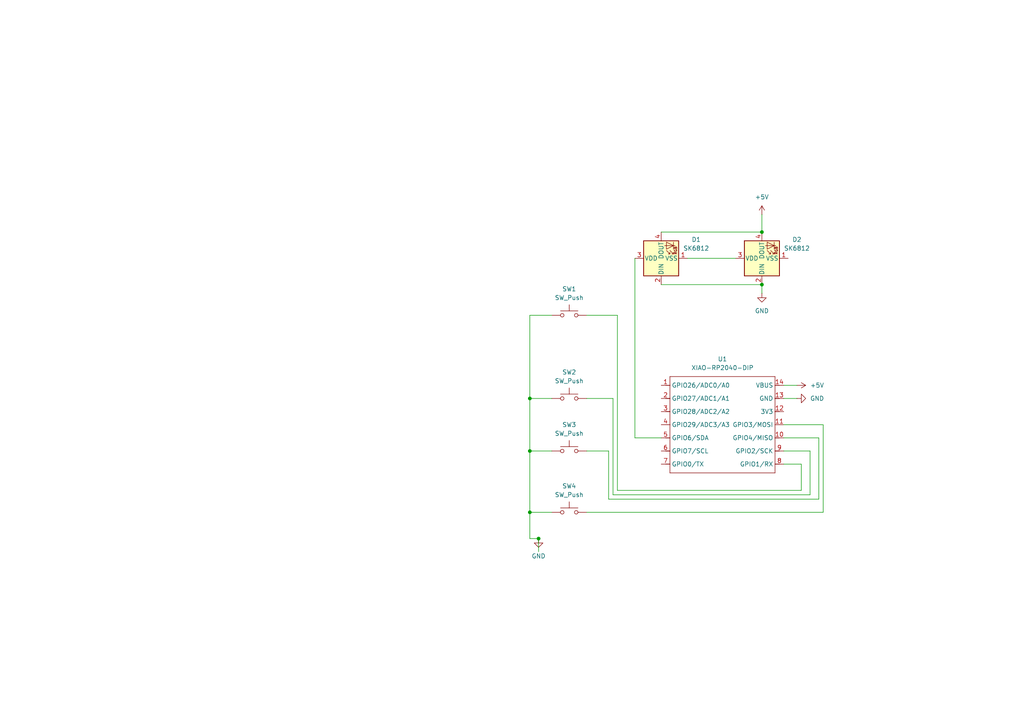
<source format=kicad_sch>
(kicad_sch
	(version 20250114)
	(generator "eeschema")
	(generator_version "9.0")
	(uuid "f86c3fb5-7861-4b2c-9d84-2c42cb9ae988")
	(paper "A4")
	(lib_symbols
		(symbol "LED:SK6812"
			(pin_names
				(offset 0.254)
			)
			(exclude_from_sim no)
			(in_bom yes)
			(on_board yes)
			(property "Reference" "D"
				(at 5.08 5.715 0)
				(effects
					(font
						(size 1.27 1.27)
					)
					(justify right bottom)
				)
			)
			(property "Value" "SK6812"
				(at 1.27 -5.715 0)
				(effects
					(font
						(size 1.27 1.27)
					)
					(justify left top)
				)
			)
			(property "Footprint" "LED_SMD:LED_SK6812_PLCC4_5.0x5.0mm_P3.2mm"
				(at 1.27 -7.62 0)
				(effects
					(font
						(size 1.27 1.27)
					)
					(justify left top)
					(hide yes)
				)
			)
			(property "Datasheet" "https://cdn-shop.adafruit.com/product-files/1138/SK6812+LED+datasheet+.pdf"
				(at 2.54 -9.525 0)
				(effects
					(font
						(size 1.27 1.27)
					)
					(justify left top)
					(hide yes)
				)
			)
			(property "Description" "RGB LED with integrated controller"
				(at 0 0 0)
				(effects
					(font
						(size 1.27 1.27)
					)
					(hide yes)
				)
			)
			(property "ki_keywords" "RGB LED NeoPixel addressable"
				(at 0 0 0)
				(effects
					(font
						(size 1.27 1.27)
					)
					(hide yes)
				)
			)
			(property "ki_fp_filters" "LED*SK6812*PLCC*5.0x5.0mm*P3.2mm*"
				(at 0 0 0)
				(effects
					(font
						(size 1.27 1.27)
					)
					(hide yes)
				)
			)
			(symbol "SK6812_0_0"
				(text "RGB"
					(at 2.286 -4.191 0)
					(effects
						(font
							(size 0.762 0.762)
						)
					)
				)
			)
			(symbol "SK6812_0_1"
				(polyline
					(pts
						(xy 1.27 -2.54) (xy 1.778 -2.54)
					)
					(stroke
						(width 0)
						(type default)
					)
					(fill
						(type none)
					)
				)
				(polyline
					(pts
						(xy 1.27 -3.556) (xy 1.778 -3.556)
					)
					(stroke
						(width 0)
						(type default)
					)
					(fill
						(type none)
					)
				)
				(polyline
					(pts
						(xy 2.286 -1.524) (xy 1.27 -2.54) (xy 1.27 -2.032)
					)
					(stroke
						(width 0)
						(type default)
					)
					(fill
						(type none)
					)
				)
				(polyline
					(pts
						(xy 2.286 -2.54) (xy 1.27 -3.556) (xy 1.27 -3.048)
					)
					(stroke
						(width 0)
						(type default)
					)
					(fill
						(type none)
					)
				)
				(polyline
					(pts
						(xy 3.683 -1.016) (xy 3.683 -3.556) (xy 3.683 -4.064)
					)
					(stroke
						(width 0)
						(type default)
					)
					(fill
						(type none)
					)
				)
				(polyline
					(pts
						(xy 4.699 -1.524) (xy 2.667 -1.524) (xy 3.683 -3.556) (xy 4.699 -1.524)
					)
					(stroke
						(width 0)
						(type default)
					)
					(fill
						(type none)
					)
				)
				(polyline
					(pts
						(xy 4.699 -3.556) (xy 2.667 -3.556)
					)
					(stroke
						(width 0)
						(type default)
					)
					(fill
						(type none)
					)
				)
				(rectangle
					(start 5.08 5.08)
					(end -5.08 -5.08)
					(stroke
						(width 0.254)
						(type default)
					)
					(fill
						(type background)
					)
				)
			)
			(symbol "SK6812_1_1"
				(pin input line
					(at -7.62 0 0)
					(length 2.54)
					(name "DIN"
						(effects
							(font
								(size 1.27 1.27)
							)
						)
					)
					(number "2"
						(effects
							(font
								(size 1.27 1.27)
							)
						)
					)
				)
				(pin power_in line
					(at 0 7.62 270)
					(length 2.54)
					(name "VDD"
						(effects
							(font
								(size 1.27 1.27)
							)
						)
					)
					(number "3"
						(effects
							(font
								(size 1.27 1.27)
							)
						)
					)
				)
				(pin power_in line
					(at 0 -7.62 90)
					(length 2.54)
					(name "VSS"
						(effects
							(font
								(size 1.27 1.27)
							)
						)
					)
					(number "1"
						(effects
							(font
								(size 1.27 1.27)
							)
						)
					)
				)
				(pin output line
					(at 7.62 0 180)
					(length 2.54)
					(name "DOUT"
						(effects
							(font
								(size 1.27 1.27)
							)
						)
					)
					(number "4"
						(effects
							(font
								(size 1.27 1.27)
							)
						)
					)
				)
			)
			(embedded_fonts no)
		)
		(symbol "Seeed_Studio_XIAO_Series:XIAO-RP2040-DIP"
			(exclude_from_sim no)
			(in_bom yes)
			(on_board yes)
			(property "Reference" "U"
				(at 0 0 0)
				(effects
					(font
						(size 1.27 1.27)
					)
				)
			)
			(property "Value" "XIAO-RP2040-DIP"
				(at 5.334 -1.778 0)
				(effects
					(font
						(size 1.27 1.27)
					)
				)
			)
			(property "Footprint" "Module:MOUDLE14P-XIAO-DIP-SMD"
				(at 14.478 -32.258 0)
				(effects
					(font
						(size 1.27 1.27)
					)
					(hide yes)
				)
			)
			(property "Datasheet" ""
				(at 0 0 0)
				(effects
					(font
						(size 1.27 1.27)
					)
					(hide yes)
				)
			)
			(property "Description" ""
				(at 0 0 0)
				(effects
					(font
						(size 1.27 1.27)
					)
					(hide yes)
				)
			)
			(symbol "XIAO-RP2040-DIP_1_0"
				(polyline
					(pts
						(xy -1.27 -2.54) (xy 29.21 -2.54)
					)
					(stroke
						(width 0.1524)
						(type solid)
					)
					(fill
						(type none)
					)
				)
				(polyline
					(pts
						(xy -1.27 -5.08) (xy -2.54 -5.08)
					)
					(stroke
						(width 0.1524)
						(type solid)
					)
					(fill
						(type none)
					)
				)
				(polyline
					(pts
						(xy -1.27 -5.08) (xy -1.27 -2.54)
					)
					(stroke
						(width 0.1524)
						(type solid)
					)
					(fill
						(type none)
					)
				)
				(polyline
					(pts
						(xy -1.27 -8.89) (xy -2.54 -8.89)
					)
					(stroke
						(width 0.1524)
						(type solid)
					)
					(fill
						(type none)
					)
				)
				(polyline
					(pts
						(xy -1.27 -8.89) (xy -1.27 -5.08)
					)
					(stroke
						(width 0.1524)
						(type solid)
					)
					(fill
						(type none)
					)
				)
				(polyline
					(pts
						(xy -1.27 -12.7) (xy -2.54 -12.7)
					)
					(stroke
						(width 0.1524)
						(type solid)
					)
					(fill
						(type none)
					)
				)
				(polyline
					(pts
						(xy -1.27 -12.7) (xy -1.27 -8.89)
					)
					(stroke
						(width 0.1524)
						(type solid)
					)
					(fill
						(type none)
					)
				)
				(polyline
					(pts
						(xy -1.27 -16.51) (xy -2.54 -16.51)
					)
					(stroke
						(width 0.1524)
						(type solid)
					)
					(fill
						(type none)
					)
				)
				(polyline
					(pts
						(xy -1.27 -16.51) (xy -1.27 -12.7)
					)
					(stroke
						(width 0.1524)
						(type solid)
					)
					(fill
						(type none)
					)
				)
				(polyline
					(pts
						(xy -1.27 -20.32) (xy -2.54 -20.32)
					)
					(stroke
						(width 0.1524)
						(type solid)
					)
					(fill
						(type none)
					)
				)
				(polyline
					(pts
						(xy -1.27 -24.13) (xy -2.54 -24.13)
					)
					(stroke
						(width 0.1524)
						(type solid)
					)
					(fill
						(type none)
					)
				)
				(polyline
					(pts
						(xy -1.27 -27.94) (xy -2.54 -27.94)
					)
					(stroke
						(width 0.1524)
						(type solid)
					)
					(fill
						(type none)
					)
				)
				(polyline
					(pts
						(xy -1.27 -30.48) (xy -1.27 -16.51)
					)
					(stroke
						(width 0.1524)
						(type solid)
					)
					(fill
						(type none)
					)
				)
				(polyline
					(pts
						(xy 29.21 -2.54) (xy 29.21 -5.08)
					)
					(stroke
						(width 0.1524)
						(type solid)
					)
					(fill
						(type none)
					)
				)
				(polyline
					(pts
						(xy 29.21 -5.08) (xy 29.21 -8.89)
					)
					(stroke
						(width 0.1524)
						(type solid)
					)
					(fill
						(type none)
					)
				)
				(polyline
					(pts
						(xy 29.21 -8.89) (xy 29.21 -12.7)
					)
					(stroke
						(width 0.1524)
						(type solid)
					)
					(fill
						(type none)
					)
				)
				(polyline
					(pts
						(xy 29.21 -12.7) (xy 29.21 -30.48)
					)
					(stroke
						(width 0.1524)
						(type solid)
					)
					(fill
						(type none)
					)
				)
				(polyline
					(pts
						(xy 29.21 -30.48) (xy -1.27 -30.48)
					)
					(stroke
						(width 0.1524)
						(type solid)
					)
					(fill
						(type none)
					)
				)
				(polyline
					(pts
						(xy 30.48 -5.08) (xy 29.21 -5.08)
					)
					(stroke
						(width 0.1524)
						(type solid)
					)
					(fill
						(type none)
					)
				)
				(polyline
					(pts
						(xy 30.48 -8.89) (xy 29.21 -8.89)
					)
					(stroke
						(width 0.1524)
						(type solid)
					)
					(fill
						(type none)
					)
				)
				(polyline
					(pts
						(xy 30.48 -12.7) (xy 29.21 -12.7)
					)
					(stroke
						(width 0.1524)
						(type solid)
					)
					(fill
						(type none)
					)
				)
				(polyline
					(pts
						(xy 30.48 -16.51) (xy 29.21 -16.51)
					)
					(stroke
						(width 0.1524)
						(type solid)
					)
					(fill
						(type none)
					)
				)
				(polyline
					(pts
						(xy 30.48 -20.32) (xy 29.21 -20.32)
					)
					(stroke
						(width 0.1524)
						(type solid)
					)
					(fill
						(type none)
					)
				)
				(polyline
					(pts
						(xy 30.48 -24.13) (xy 29.21 -24.13)
					)
					(stroke
						(width 0.1524)
						(type solid)
					)
					(fill
						(type none)
					)
				)
				(polyline
					(pts
						(xy 30.48 -27.94) (xy 29.21 -27.94)
					)
					(stroke
						(width 0.1524)
						(type solid)
					)
					(fill
						(type none)
					)
				)
				(pin passive line
					(at -3.81 -5.08 0)
					(length 2.54)
					(name "GPIO26/ADC0/A0"
						(effects
							(font
								(size 1.27 1.27)
							)
						)
					)
					(number "1"
						(effects
							(font
								(size 1.27 1.27)
							)
						)
					)
				)
				(pin passive line
					(at -3.81 -8.89 0)
					(length 2.54)
					(name "GPIO27/ADC1/A1"
						(effects
							(font
								(size 1.27 1.27)
							)
						)
					)
					(number "2"
						(effects
							(font
								(size 1.27 1.27)
							)
						)
					)
				)
				(pin passive line
					(at -3.81 -12.7 0)
					(length 2.54)
					(name "GPIO28/ADC2/A2"
						(effects
							(font
								(size 1.27 1.27)
							)
						)
					)
					(number "3"
						(effects
							(font
								(size 1.27 1.27)
							)
						)
					)
				)
				(pin passive line
					(at -3.81 -16.51 0)
					(length 2.54)
					(name "GPIO29/ADC3/A3"
						(effects
							(font
								(size 1.27 1.27)
							)
						)
					)
					(number "4"
						(effects
							(font
								(size 1.27 1.27)
							)
						)
					)
				)
				(pin passive line
					(at -3.81 -20.32 0)
					(length 2.54)
					(name "GPIO6/SDA"
						(effects
							(font
								(size 1.27 1.27)
							)
						)
					)
					(number "5"
						(effects
							(font
								(size 1.27 1.27)
							)
						)
					)
				)
				(pin passive line
					(at -3.81 -24.13 0)
					(length 2.54)
					(name "GPIO7/SCL"
						(effects
							(font
								(size 1.27 1.27)
							)
						)
					)
					(number "6"
						(effects
							(font
								(size 1.27 1.27)
							)
						)
					)
				)
				(pin passive line
					(at -3.81 -27.94 0)
					(length 2.54)
					(name "GPIO0/TX"
						(effects
							(font
								(size 1.27 1.27)
							)
						)
					)
					(number "7"
						(effects
							(font
								(size 1.27 1.27)
							)
						)
					)
				)
				(pin passive line
					(at 31.75 -5.08 180)
					(length 2.54)
					(name "VBUS"
						(effects
							(font
								(size 1.27 1.27)
							)
						)
					)
					(number "14"
						(effects
							(font
								(size 1.27 1.27)
							)
						)
					)
				)
				(pin passive line
					(at 31.75 -8.89 180)
					(length 2.54)
					(name "GND"
						(effects
							(font
								(size 1.27 1.27)
							)
						)
					)
					(number "13"
						(effects
							(font
								(size 1.27 1.27)
							)
						)
					)
				)
				(pin passive line
					(at 31.75 -12.7 180)
					(length 2.54)
					(name "3V3"
						(effects
							(font
								(size 1.27 1.27)
							)
						)
					)
					(number "12"
						(effects
							(font
								(size 1.27 1.27)
							)
						)
					)
				)
				(pin passive line
					(at 31.75 -16.51 180)
					(length 2.54)
					(name "GPIO3/MOSI"
						(effects
							(font
								(size 1.27 1.27)
							)
						)
					)
					(number "11"
						(effects
							(font
								(size 1.27 1.27)
							)
						)
					)
				)
				(pin passive line
					(at 31.75 -20.32 180)
					(length 2.54)
					(name "GPIO4/MISO"
						(effects
							(font
								(size 1.27 1.27)
							)
						)
					)
					(number "10"
						(effects
							(font
								(size 1.27 1.27)
							)
						)
					)
				)
				(pin passive line
					(at 31.75 -24.13 180)
					(length 2.54)
					(name "GPIO2/SCK"
						(effects
							(font
								(size 1.27 1.27)
							)
						)
					)
					(number "9"
						(effects
							(font
								(size 1.27 1.27)
							)
						)
					)
				)
				(pin passive line
					(at 31.75 -27.94 180)
					(length 2.54)
					(name "GPIO1/RX"
						(effects
							(font
								(size 1.27 1.27)
							)
						)
					)
					(number "8"
						(effects
							(font
								(size 1.27 1.27)
							)
						)
					)
				)
			)
			(embedded_fonts no)
		)
		(symbol "Switch:SW_Push"
			(pin_numbers
				(hide yes)
			)
			(pin_names
				(offset 1.016)
				(hide yes)
			)
			(exclude_from_sim no)
			(in_bom yes)
			(on_board yes)
			(property "Reference" "SW"
				(at 1.27 2.54 0)
				(effects
					(font
						(size 1.27 1.27)
					)
					(justify left)
				)
			)
			(property "Value" "SW_Push"
				(at 0 -1.524 0)
				(effects
					(font
						(size 1.27 1.27)
					)
				)
			)
			(property "Footprint" ""
				(at 0 5.08 0)
				(effects
					(font
						(size 1.27 1.27)
					)
					(hide yes)
				)
			)
			(property "Datasheet" "~"
				(at 0 5.08 0)
				(effects
					(font
						(size 1.27 1.27)
					)
					(hide yes)
				)
			)
			(property "Description" "Push button switch, generic, two pins"
				(at 0 0 0)
				(effects
					(font
						(size 1.27 1.27)
					)
					(hide yes)
				)
			)
			(property "ki_keywords" "switch normally-open pushbutton push-button"
				(at 0 0 0)
				(effects
					(font
						(size 1.27 1.27)
					)
					(hide yes)
				)
			)
			(symbol "SW_Push_0_1"
				(circle
					(center -2.032 0)
					(radius 0.508)
					(stroke
						(width 0)
						(type default)
					)
					(fill
						(type none)
					)
				)
				(polyline
					(pts
						(xy 0 1.27) (xy 0 3.048)
					)
					(stroke
						(width 0)
						(type default)
					)
					(fill
						(type none)
					)
				)
				(circle
					(center 2.032 0)
					(radius 0.508)
					(stroke
						(width 0)
						(type default)
					)
					(fill
						(type none)
					)
				)
				(polyline
					(pts
						(xy 2.54 1.27) (xy -2.54 1.27)
					)
					(stroke
						(width 0)
						(type default)
					)
					(fill
						(type none)
					)
				)
				(pin passive line
					(at -5.08 0 0)
					(length 2.54)
					(name "1"
						(effects
							(font
								(size 1.27 1.27)
							)
						)
					)
					(number "1"
						(effects
							(font
								(size 1.27 1.27)
							)
						)
					)
				)
				(pin passive line
					(at 5.08 0 180)
					(length 2.54)
					(name "2"
						(effects
							(font
								(size 1.27 1.27)
							)
						)
					)
					(number "2"
						(effects
							(font
								(size 1.27 1.27)
							)
						)
					)
				)
			)
			(embedded_fonts no)
		)
		(symbol "power:+5V"
			(power)
			(pin_numbers
				(hide yes)
			)
			(pin_names
				(offset 0)
				(hide yes)
			)
			(exclude_from_sim no)
			(in_bom yes)
			(on_board yes)
			(property "Reference" "#PWR"
				(at 0 -3.81 0)
				(effects
					(font
						(size 1.27 1.27)
					)
					(hide yes)
				)
			)
			(property "Value" "+5V"
				(at 0 3.556 0)
				(effects
					(font
						(size 1.27 1.27)
					)
				)
			)
			(property "Footprint" ""
				(at 0 0 0)
				(effects
					(font
						(size 1.27 1.27)
					)
					(hide yes)
				)
			)
			(property "Datasheet" ""
				(at 0 0 0)
				(effects
					(font
						(size 1.27 1.27)
					)
					(hide yes)
				)
			)
			(property "Description" "Power symbol creates a global label with name \"+5V\""
				(at 0 0 0)
				(effects
					(font
						(size 1.27 1.27)
					)
					(hide yes)
				)
			)
			(property "ki_keywords" "global power"
				(at 0 0 0)
				(effects
					(font
						(size 1.27 1.27)
					)
					(hide yes)
				)
			)
			(symbol "+5V_0_1"
				(polyline
					(pts
						(xy -0.762 1.27) (xy 0 2.54)
					)
					(stroke
						(width 0)
						(type default)
					)
					(fill
						(type none)
					)
				)
				(polyline
					(pts
						(xy 0 2.54) (xy 0.762 1.27)
					)
					(stroke
						(width 0)
						(type default)
					)
					(fill
						(type none)
					)
				)
				(polyline
					(pts
						(xy 0 0) (xy 0 2.54)
					)
					(stroke
						(width 0)
						(type default)
					)
					(fill
						(type none)
					)
				)
			)
			(symbol "+5V_1_1"
				(pin power_in line
					(at 0 0 90)
					(length 0)
					(name "~"
						(effects
							(font
								(size 1.27 1.27)
							)
						)
					)
					(number "1"
						(effects
							(font
								(size 1.27 1.27)
							)
						)
					)
				)
			)
			(embedded_fonts no)
		)
		(symbol "power:GND"
			(power)
			(pin_numbers
				(hide yes)
			)
			(pin_names
				(offset 0)
				(hide yes)
			)
			(exclude_from_sim no)
			(in_bom yes)
			(on_board yes)
			(property "Reference" "#PWR"
				(at 0 -6.35 0)
				(effects
					(font
						(size 1.27 1.27)
					)
					(hide yes)
				)
			)
			(property "Value" "GND"
				(at 0 -3.81 0)
				(effects
					(font
						(size 1.27 1.27)
					)
				)
			)
			(property "Footprint" ""
				(at 0 0 0)
				(effects
					(font
						(size 1.27 1.27)
					)
					(hide yes)
				)
			)
			(property "Datasheet" ""
				(at 0 0 0)
				(effects
					(font
						(size 1.27 1.27)
					)
					(hide yes)
				)
			)
			(property "Description" "Power symbol creates a global label with name \"GND\" , ground"
				(at 0 0 0)
				(effects
					(font
						(size 1.27 1.27)
					)
					(hide yes)
				)
			)
			(property "ki_keywords" "global power"
				(at 0 0 0)
				(effects
					(font
						(size 1.27 1.27)
					)
					(hide yes)
				)
			)
			(symbol "GND_0_1"
				(polyline
					(pts
						(xy 0 0) (xy 0 -1.27) (xy 1.27 -1.27) (xy 0 -2.54) (xy -1.27 -1.27) (xy 0 -1.27)
					)
					(stroke
						(width 0)
						(type default)
					)
					(fill
						(type none)
					)
				)
			)
			(symbol "GND_1_1"
				(pin power_in line
					(at 0 0 270)
					(length 0)
					(name "~"
						(effects
							(font
								(size 1.27 1.27)
							)
						)
					)
					(number "1"
						(effects
							(font
								(size 1.27 1.27)
							)
						)
					)
				)
			)
			(embedded_fonts no)
		)
	)
	(junction
		(at 153.67 148.59)
		(diameter 0)
		(color 0 0 0 0)
		(uuid "250f37c7-7285-4c4e-bbe6-fddaefafda61")
	)
	(junction
		(at 220.98 82.55)
		(diameter 0)
		(color 0 0 0 0)
		(uuid "49436978-7ca0-4dc0-b2bf-83daaefbdd98")
	)
	(junction
		(at 220.98 67.31)
		(diameter 0)
		(color 0 0 0 0)
		(uuid "8709bb46-e3c2-4c1d-bf51-34c75cf415a2")
	)
	(junction
		(at 156.21 156.21)
		(diameter 0)
		(color 0 0 0 0)
		(uuid "9bdda872-9da5-422c-8884-e6f516493b3a")
	)
	(junction
		(at 153.67 115.57)
		(diameter 0)
		(color 0 0 0 0)
		(uuid "9c1cfd9e-cb4a-435a-b642-dfd44ddad388")
	)
	(junction
		(at 153.67 130.81)
		(diameter 0)
		(color 0 0 0 0)
		(uuid "a5d09c43-f444-4777-a3d6-1e70e62883f6")
	)
	(wire
		(pts
			(xy 234.95 130.81) (xy 227.33 130.81)
		)
		(stroke
			(width 0)
			(type default)
		)
		(uuid "01ab0aec-375a-4dcb-8dc4-36f55b45d879")
	)
	(wire
		(pts
			(xy 237.49 144.78) (xy 237.49 127)
		)
		(stroke
			(width 0)
			(type default)
		)
		(uuid "0ac02ec7-612d-4616-99db-0262964ee574")
	)
	(wire
		(pts
			(xy 170.18 130.81) (xy 176.53 130.81)
		)
		(stroke
			(width 0)
			(type default)
		)
		(uuid "15f80bf6-1e40-40d1-8ed6-b46c698e37be")
	)
	(wire
		(pts
			(xy 170.18 115.57) (xy 177.8 115.57)
		)
		(stroke
			(width 0)
			(type default)
		)
		(uuid "1b29cd7f-34e9-4812-ba7e-00a60f02ba4f")
	)
	(wire
		(pts
			(xy 176.53 144.78) (xy 237.49 144.78)
		)
		(stroke
			(width 0)
			(type default)
		)
		(uuid "24620183-da79-4523-9f05-a55a544bbb1c")
	)
	(wire
		(pts
			(xy 220.98 82.55) (xy 220.98 85.09)
		)
		(stroke
			(width 0)
			(type default)
		)
		(uuid "26a3bf71-fd33-49a9-b19c-2aac99df9198")
	)
	(wire
		(pts
			(xy 153.67 156.21) (xy 156.21 156.21)
		)
		(stroke
			(width 0)
			(type default)
		)
		(uuid "2b666778-f49a-47e3-aa5e-b0e8b7ba2b9b")
	)
	(wire
		(pts
			(xy 179.07 91.44) (xy 179.07 142.24)
		)
		(stroke
			(width 0)
			(type default)
		)
		(uuid "2da8fa9e-3b48-4e76-954f-391263343d30")
	)
	(wire
		(pts
			(xy 199.39 74.93) (xy 213.36 74.93)
		)
		(stroke
			(width 0)
			(type default)
		)
		(uuid "3582f11f-5604-494a-bdcd-85b17d9364b2")
	)
	(wire
		(pts
			(xy 156.21 156.21) (xy 156.21 160.02)
		)
		(stroke
			(width 0)
			(type default)
		)
		(uuid "3e54888a-d4f1-4c89-b76d-8a479cf0eb6c")
	)
	(wire
		(pts
			(xy 238.76 148.59) (xy 238.76 123.19)
		)
		(stroke
			(width 0)
			(type default)
		)
		(uuid "4436b794-7b93-409a-879c-c21baa936cdf")
	)
	(wire
		(pts
			(xy 153.67 148.59) (xy 153.67 156.21)
		)
		(stroke
			(width 0)
			(type default)
		)
		(uuid "4a343072-c4ce-4ff1-b4ae-678a78b1c9cd")
	)
	(wire
		(pts
			(xy 227.33 115.57) (xy 231.14 115.57)
		)
		(stroke
			(width 0)
			(type default)
		)
		(uuid "5ffacc23-8f4e-48ca-af74-a8d3672477fa")
	)
	(wire
		(pts
			(xy 170.18 148.59) (xy 238.76 148.59)
		)
		(stroke
			(width 0)
			(type default)
		)
		(uuid "71577d55-3bdf-479a-9882-d71d1400b6b4")
	)
	(wire
		(pts
			(xy 153.67 130.81) (xy 153.67 148.59)
		)
		(stroke
			(width 0)
			(type default)
		)
		(uuid "75ba8de6-b209-4ed7-9e56-9ac3052bc106")
	)
	(wire
		(pts
			(xy 177.8 115.57) (xy 177.8 143.51)
		)
		(stroke
			(width 0)
			(type default)
		)
		(uuid "8002723d-fe98-4a9c-aa5a-fdd45e18f9ce")
	)
	(wire
		(pts
			(xy 170.18 91.44) (xy 179.07 91.44)
		)
		(stroke
			(width 0)
			(type default)
		)
		(uuid "87728960-8aac-40a4-8fa9-709295cb89e3")
	)
	(wire
		(pts
			(xy 153.67 148.59) (xy 160.02 148.59)
		)
		(stroke
			(width 0)
			(type default)
		)
		(uuid "877db586-27de-4a36-948d-5512b0d5ac02")
	)
	(wire
		(pts
			(xy 153.67 130.81) (xy 160.02 130.81)
		)
		(stroke
			(width 0)
			(type default)
		)
		(uuid "87f90411-4d94-431d-b6f2-17853d5984c7")
	)
	(wire
		(pts
			(xy 184.15 74.93) (xy 184.15 127)
		)
		(stroke
			(width 0)
			(type default)
		)
		(uuid "899b8a72-39b7-484b-8138-48a0e50642ce")
	)
	(wire
		(pts
			(xy 153.67 115.57) (xy 153.67 130.81)
		)
		(stroke
			(width 0)
			(type default)
		)
		(uuid "89ebac6a-b1c6-424d-bb60-4dc15d8e6e44")
	)
	(wire
		(pts
			(xy 227.33 111.76) (xy 231.14 111.76)
		)
		(stroke
			(width 0)
			(type default)
		)
		(uuid "989c8876-36c3-409a-8b92-fc83a8fca4d0")
	)
	(wire
		(pts
			(xy 220.98 62.23) (xy 220.98 67.31)
		)
		(stroke
			(width 0)
			(type default)
		)
		(uuid "9f327541-09e6-4ff7-a4c1-afb41c9d52c2")
	)
	(wire
		(pts
			(xy 184.15 127) (xy 191.77 127)
		)
		(stroke
			(width 0)
			(type default)
		)
		(uuid "a00b8c85-c81b-4fa8-8198-1807d943fa1b")
	)
	(wire
		(pts
			(xy 177.8 143.51) (xy 234.95 143.51)
		)
		(stroke
			(width 0)
			(type default)
		)
		(uuid "a2ab30ea-9db7-4a87-898e-7571673cf0e1")
	)
	(wire
		(pts
			(xy 234.95 143.51) (xy 234.95 130.81)
		)
		(stroke
			(width 0)
			(type default)
		)
		(uuid "a4ca297d-ce3f-4479-bef3-ef0a8864c1d7")
	)
	(wire
		(pts
			(xy 176.53 130.81) (xy 176.53 144.78)
		)
		(stroke
			(width 0)
			(type default)
		)
		(uuid "a83135ab-cb52-4221-9876-919f74854e71")
	)
	(wire
		(pts
			(xy 220.98 82.55) (xy 191.77 82.55)
		)
		(stroke
			(width 0)
			(type default)
		)
		(uuid "a957fea1-bea9-4d76-b449-4bc3d362747f")
	)
	(wire
		(pts
			(xy 191.77 67.31) (xy 220.98 67.31)
		)
		(stroke
			(width 0)
			(type default)
		)
		(uuid "a9e626f0-579c-4fce-966f-343b4bfac89f")
	)
	(wire
		(pts
			(xy 238.76 123.19) (xy 227.33 123.19)
		)
		(stroke
			(width 0)
			(type default)
		)
		(uuid "ab7513e3-1e4a-46bb-b651-f8c79a10318c")
	)
	(wire
		(pts
			(xy 153.67 115.57) (xy 160.02 115.57)
		)
		(stroke
			(width 0)
			(type default)
		)
		(uuid "abf7f8e0-8262-4c02-b0f7-19e2ad42cf4e")
	)
	(wire
		(pts
			(xy 179.07 142.24) (xy 232.41 142.24)
		)
		(stroke
			(width 0)
			(type default)
		)
		(uuid "b0855c9e-c64c-4734-aa85-a7978b738438")
	)
	(wire
		(pts
			(xy 232.41 142.24) (xy 232.41 134.62)
		)
		(stroke
			(width 0)
			(type default)
		)
		(uuid "be1c8daf-e345-44ec-94d8-9327fa529b39")
	)
	(wire
		(pts
			(xy 237.49 127) (xy 227.33 127)
		)
		(stroke
			(width 0)
			(type default)
		)
		(uuid "d8062362-d66e-4114-92c2-624badaab8e9")
	)
	(wire
		(pts
			(xy 153.67 91.44) (xy 153.67 115.57)
		)
		(stroke
			(width 0)
			(type default)
		)
		(uuid "df2e115c-c3dc-4f0b-89e4-fce7ed3a9a20")
	)
	(wire
		(pts
			(xy 232.41 134.62) (xy 227.33 134.62)
		)
		(stroke
			(width 0)
			(type default)
		)
		(uuid "e5d884fe-d468-4c4b-be05-215ccec632f7")
	)
	(wire
		(pts
			(xy 153.67 91.44) (xy 160.02 91.44)
		)
		(stroke
			(width 0)
			(type default)
		)
		(uuid "eed602ec-ac28-4d90-b15e-26ac263da2a1")
	)
	(symbol
		(lib_id "Switch:SW_Push")
		(at 165.1 130.81 0)
		(unit 1)
		(exclude_from_sim no)
		(in_bom yes)
		(on_board yes)
		(dnp no)
		(fields_autoplaced yes)
		(uuid "111a27cd-449a-4020-bc57-4aa4b45687d4")
		(property "Reference" "SW3"
			(at 165.1 123.19 0)
			(effects
				(font
					(size 1.27 1.27)
				)
			)
		)
		(property "Value" "SW_Push"
			(at 165.1 125.73 0)
			(effects
				(font
					(size 1.27 1.27)
				)
			)
		)
		(property "Footprint" "Button_Switch_Keyboard:SW_Cherry_MX_1.00u_PCB"
			(at 165.1 125.73 0)
			(effects
				(font
					(size 1.27 1.27)
				)
				(hide yes)
			)
		)
		(property "Datasheet" "~"
			(at 165.1 125.73 0)
			(effects
				(font
					(size 1.27 1.27)
				)
				(hide yes)
			)
		)
		(property "Description" "Push button switch, generic, two pins"
			(at 165.1 130.81 0)
			(effects
				(font
					(size 1.27 1.27)
				)
				(hide yes)
			)
		)
		(pin "2"
			(uuid "ba9356b1-91ea-48f5-a2d0-99178d0ac8aa")
		)
		(pin "1"
			(uuid "4dcaba2e-a812-4035-a807-d647e71c6975")
		)
		(instances
			(project ""
				(path "/f86c3fb5-7861-4b2c-9d84-2c42cb9ae988"
					(reference "SW3")
					(unit 1)
				)
			)
		)
	)
	(symbol
		(lib_id "LED:SK6812")
		(at 191.77 74.93 90)
		(unit 1)
		(exclude_from_sim no)
		(in_bom yes)
		(on_board yes)
		(dnp no)
		(fields_autoplaced yes)
		(uuid "3936aba8-0b27-4771-85ba-3b8068a99052")
		(property "Reference" "D1"
			(at 201.93 69.4846 90)
			(effects
				(font
					(size 1.27 1.27)
				)
			)
		)
		(property "Value" "SK6812"
			(at 201.93 72.0246 90)
			(effects
				(font
					(size 1.27 1.27)
				)
			)
		)
		(property "Footprint" "LED_SMD:LED_SK6812MINI_PLCC4_3.5x3.5mm_P1.75mm"
			(at 199.39 73.66 0)
			(effects
				(font
					(size 1.27 1.27)
				)
				(justify left top)
				(hide yes)
			)
		)
		(property "Datasheet" "https://cdn-shop.adafruit.com/product-files/1138/SK6812+LED+datasheet+.pdf"
			(at 201.295 72.39 0)
			(effects
				(font
					(size 1.27 1.27)
				)
				(justify left top)
				(hide yes)
			)
		)
		(property "Description" "RGB LED with integrated controller"
			(at 191.77 74.93 0)
			(effects
				(font
					(size 1.27 1.27)
				)
				(hide yes)
			)
		)
		(pin "4"
			(uuid "3316340c-5467-49ba-8af4-5c4b2faaae9a")
		)
		(pin "3"
			(uuid "79eeae86-0bc3-4360-802f-eddbde50aa17")
		)
		(pin "1"
			(uuid "d5cc66e1-2fda-488f-bcf0-dbe8f78d412f")
		)
		(pin "2"
			(uuid "34be2b4f-9211-4fc4-b3e1-95e468903068")
		)
		(instances
			(project ""
				(path "/f86c3fb5-7861-4b2c-9d84-2c42cb9ae988"
					(reference "D1")
					(unit 1)
				)
			)
		)
	)
	(symbol
		(lib_id "power:GND")
		(at 231.14 115.57 90)
		(unit 1)
		(exclude_from_sim no)
		(in_bom yes)
		(on_board yes)
		(dnp no)
		(fields_autoplaced yes)
		(uuid "4815b34f-d4c7-4e93-82ec-97e9403c90fe")
		(property "Reference" "#PWR03"
			(at 237.49 115.57 0)
			(effects
				(font
					(size 1.27 1.27)
				)
				(hide yes)
			)
		)
		(property "Value" "GND"
			(at 234.95 115.5699 90)
			(effects
				(font
					(size 1.27 1.27)
				)
				(justify right)
			)
		)
		(property "Footprint" ""
			(at 231.14 115.57 0)
			(effects
				(font
					(size 1.27 1.27)
				)
				(hide yes)
			)
		)
		(property "Datasheet" ""
			(at 231.14 115.57 0)
			(effects
				(font
					(size 1.27 1.27)
				)
				(hide yes)
			)
		)
		(property "Description" "Power symbol creates a global label with name \"GND\" , ground"
			(at 231.14 115.57 0)
			(effects
				(font
					(size 1.27 1.27)
				)
				(hide yes)
			)
		)
		(pin "1"
			(uuid "37dddc2c-10a5-46a8-970c-e8316428942c")
		)
		(instances
			(project ""
				(path "/f86c3fb5-7861-4b2c-9d84-2c42cb9ae988"
					(reference "#PWR03")
					(unit 1)
				)
			)
		)
	)
	(symbol
		(lib_id "Seeed_Studio_XIAO_Series:XIAO-RP2040-DIP")
		(at 195.58 106.68 0)
		(unit 1)
		(exclude_from_sim no)
		(in_bom yes)
		(on_board yes)
		(dnp no)
		(fields_autoplaced yes)
		(uuid "4f0a3ffb-33e9-4cde-b5f6-724b0f8dcf97")
		(property "Reference" "U1"
			(at 209.55 104.14 0)
			(effects
				(font
					(size 1.27 1.27)
				)
			)
		)
		(property "Value" "XIAO-RP2040-DIP"
			(at 209.55 106.68 0)
			(effects
				(font
					(size 1.27 1.27)
				)
			)
		)
		(property "Footprint" "Seeed Studio XIAO Series Library:XIAO-RP2040-DIP"
			(at 210.058 138.938 0)
			(effects
				(font
					(size 1.27 1.27)
				)
				(hide yes)
			)
		)
		(property "Datasheet" ""
			(at 195.58 106.68 0)
			(effects
				(font
					(size 1.27 1.27)
				)
				(hide yes)
			)
		)
		(property "Description" ""
			(at 195.58 106.68 0)
			(effects
				(font
					(size 1.27 1.27)
				)
				(hide yes)
			)
		)
		(pin "14"
			(uuid "e30f5592-982a-4d80-9a62-cfc4f807d94d")
		)
		(pin "5"
			(uuid "7bc47966-79e7-4301-8b78-0741026da8f0")
		)
		(pin "3"
			(uuid "a0bd3bba-f163-402a-abac-acf2de9f3d61")
		)
		(pin "2"
			(uuid "35ee37c6-89b3-4fc6-82a1-51db45503238")
		)
		(pin "11"
			(uuid "902d97ce-d55d-40b6-a087-6cc83f253424")
		)
		(pin "10"
			(uuid "20b888dd-a85b-4d8f-b5c8-8ca3d148f480")
		)
		(pin "6"
			(uuid "975b9d12-61a7-47d0-b08a-d789be8e53dc")
		)
		(pin "9"
			(uuid "9f8a818e-4dfe-4e41-9e96-382d2e626def")
		)
		(pin "1"
			(uuid "3fdb5a9c-33ab-4c51-91de-b8d573ecc2da")
		)
		(pin "13"
			(uuid "a28c1d1b-6742-4791-8cf7-1d1f3aca3ce3")
		)
		(pin "4"
			(uuid "f2948aac-854d-43a2-ba34-f21ef02eb908")
		)
		(pin "7"
			(uuid "663556b5-4b62-4523-a986-5eb73f91213e")
		)
		(pin "12"
			(uuid "e302dd9f-0451-414a-9f66-26e7b4ea461c")
		)
		(pin "8"
			(uuid "10bd48fc-05e8-4d3d-bd15-945c16eaf639")
		)
		(instances
			(project ""
				(path "/f86c3fb5-7861-4b2c-9d84-2c42cb9ae988"
					(reference "U1")
					(unit 1)
				)
			)
		)
	)
	(symbol
		(lib_id "power:+5V")
		(at 220.98 62.23 0)
		(unit 1)
		(exclude_from_sim no)
		(in_bom yes)
		(on_board yes)
		(dnp no)
		(fields_autoplaced yes)
		(uuid "5be89e6d-83fb-4043-8f38-d129484c3a5d")
		(property "Reference" "#PWR02"
			(at 220.98 66.04 0)
			(effects
				(font
					(size 1.27 1.27)
				)
				(hide yes)
			)
		)
		(property "Value" "+5V"
			(at 220.98 57.15 0)
			(effects
				(font
					(size 1.27 1.27)
				)
			)
		)
		(property "Footprint" ""
			(at 220.98 62.23 0)
			(effects
				(font
					(size 1.27 1.27)
				)
				(hide yes)
			)
		)
		(property "Datasheet" ""
			(at 220.98 62.23 0)
			(effects
				(font
					(size 1.27 1.27)
				)
				(hide yes)
			)
		)
		(property "Description" "Power symbol creates a global label with name \"+5V\""
			(at 220.98 62.23 0)
			(effects
				(font
					(size 1.27 1.27)
				)
				(hide yes)
			)
		)
		(pin "1"
			(uuid "7882b1ad-af41-4bc8-93c4-d0d34aef3cd5")
		)
		(instances
			(project ""
				(path "/f86c3fb5-7861-4b2c-9d84-2c42cb9ae988"
					(reference "#PWR02")
					(unit 1)
				)
			)
		)
	)
	(symbol
		(lib_id "power:GND")
		(at 156.21 156.21 0)
		(unit 1)
		(exclude_from_sim no)
		(in_bom yes)
		(on_board yes)
		(dnp no)
		(fields_autoplaced yes)
		(uuid "5ea23a5b-37e9-4bed-9525-0b7603f16c4f")
		(property "Reference" "#PWR01"
			(at 156.21 162.56 0)
			(effects
				(font
					(size 1.27 1.27)
				)
				(hide yes)
			)
		)
		(property "Value" "GND"
			(at 156.21 161.29 0)
			(effects
				(font
					(size 1.27 1.27)
				)
			)
		)
		(property "Footprint" ""
			(at 156.21 156.21 0)
			(effects
				(font
					(size 1.27 1.27)
				)
				(hide yes)
			)
		)
		(property "Datasheet" ""
			(at 156.21 156.21 0)
			(effects
				(font
					(size 1.27 1.27)
				)
				(hide yes)
			)
		)
		(property "Description" "Power symbol creates a global label with name \"GND\" , ground"
			(at 156.21 156.21 0)
			(effects
				(font
					(size 1.27 1.27)
				)
				(hide yes)
			)
		)
		(pin "1"
			(uuid "2e45c161-9ffb-4691-beb0-44ad2abbe8f3")
		)
		(instances
			(project ""
				(path "/f86c3fb5-7861-4b2c-9d84-2c42cb9ae988"
					(reference "#PWR01")
					(unit 1)
				)
			)
		)
	)
	(symbol
		(lib_id "power:GND")
		(at 220.98 85.09 0)
		(unit 1)
		(exclude_from_sim no)
		(in_bom yes)
		(on_board yes)
		(dnp no)
		(fields_autoplaced yes)
		(uuid "81d884bc-41f1-44d5-863d-6794313a0954")
		(property "Reference" "#PWR05"
			(at 220.98 91.44 0)
			(effects
				(font
					(size 1.27 1.27)
				)
				(hide yes)
			)
		)
		(property "Value" "GND"
			(at 220.98 90.17 0)
			(effects
				(font
					(size 1.27 1.27)
				)
			)
		)
		(property "Footprint" ""
			(at 220.98 85.09 0)
			(effects
				(font
					(size 1.27 1.27)
				)
				(hide yes)
			)
		)
		(property "Datasheet" ""
			(at 220.98 85.09 0)
			(effects
				(font
					(size 1.27 1.27)
				)
				(hide yes)
			)
		)
		(property "Description" "Power symbol creates a global label with name \"GND\" , ground"
			(at 220.98 85.09 0)
			(effects
				(font
					(size 1.27 1.27)
				)
				(hide yes)
			)
		)
		(pin "1"
			(uuid "07283be4-1f0b-4573-80d1-3b25d29b58e5")
		)
		(instances
			(project ""
				(path "/f86c3fb5-7861-4b2c-9d84-2c42cb9ae988"
					(reference "#PWR05")
					(unit 1)
				)
			)
		)
	)
	(symbol
		(lib_id "Switch:SW_Push")
		(at 165.1 91.44 0)
		(unit 1)
		(exclude_from_sim no)
		(in_bom yes)
		(on_board yes)
		(dnp no)
		(fields_autoplaced yes)
		(uuid "89d4da1e-2b1b-49a8-8883-d174196602c6")
		(property "Reference" "SW1"
			(at 165.1 83.82 0)
			(effects
				(font
					(size 1.27 1.27)
				)
			)
		)
		(property "Value" "SW_Push"
			(at 165.1 86.36 0)
			(effects
				(font
					(size 1.27 1.27)
				)
			)
		)
		(property "Footprint" "Button_Switch_Keyboard:SW_Cherry_MX_1.00u_PCB"
			(at 165.1 86.36 0)
			(effects
				(font
					(size 1.27 1.27)
				)
				(hide yes)
			)
		)
		(property "Datasheet" "~"
			(at 165.1 86.36 0)
			(effects
				(font
					(size 1.27 1.27)
				)
				(hide yes)
			)
		)
		(property "Description" "Push button switch, generic, two pins"
			(at 165.1 91.44 0)
			(effects
				(font
					(size 1.27 1.27)
				)
				(hide yes)
			)
		)
		(pin "1"
			(uuid "42495520-08c9-4302-9bf9-d37dfd9a9c5f")
		)
		(pin "2"
			(uuid "49380429-979f-46c7-89b9-b58f539b79fc")
		)
		(instances
			(project ""
				(path "/f86c3fb5-7861-4b2c-9d84-2c42cb9ae988"
					(reference "SW1")
					(unit 1)
				)
			)
		)
	)
	(symbol
		(lib_id "Switch:SW_Push")
		(at 165.1 148.59 0)
		(unit 1)
		(exclude_from_sim no)
		(in_bom yes)
		(on_board yes)
		(dnp no)
		(fields_autoplaced yes)
		(uuid "9dc872c5-3f59-48e5-bdc5-2be91e985a03")
		(property "Reference" "SW4"
			(at 165.1 140.97 0)
			(effects
				(font
					(size 1.27 1.27)
				)
			)
		)
		(property "Value" "SW_Push"
			(at 165.1 143.51 0)
			(effects
				(font
					(size 1.27 1.27)
				)
			)
		)
		(property "Footprint" "Button_Switch_Keyboard:SW_Cherry_MX_1.00u_PCB"
			(at 165.1 143.51 0)
			(effects
				(font
					(size 1.27 1.27)
				)
				(hide yes)
			)
		)
		(property "Datasheet" "~"
			(at 165.1 143.51 0)
			(effects
				(font
					(size 1.27 1.27)
				)
				(hide yes)
			)
		)
		(property "Description" "Push button switch, generic, two pins"
			(at 165.1 148.59 0)
			(effects
				(font
					(size 1.27 1.27)
				)
				(hide yes)
			)
		)
		(pin "1"
			(uuid "dec2d06c-b982-4b39-99af-543201bd5b13")
		)
		(pin "2"
			(uuid "aaa97632-d785-445d-b385-e457b3d599e8")
		)
		(instances
			(project ""
				(path "/f86c3fb5-7861-4b2c-9d84-2c42cb9ae988"
					(reference "SW4")
					(unit 1)
				)
			)
		)
	)
	(symbol
		(lib_id "Switch:SW_Push")
		(at 165.1 115.57 0)
		(unit 1)
		(exclude_from_sim no)
		(in_bom yes)
		(on_board yes)
		(dnp no)
		(fields_autoplaced yes)
		(uuid "c4aa2146-6dc0-4551-bd4f-f12f76b0e269")
		(property "Reference" "SW2"
			(at 165.1 107.95 0)
			(effects
				(font
					(size 1.27 1.27)
				)
			)
		)
		(property "Value" "SW_Push"
			(at 165.1 110.49 0)
			(effects
				(font
					(size 1.27 1.27)
				)
			)
		)
		(property "Footprint" "Button_Switch_Keyboard:SW_Cherry_MX_1.00u_PCB"
			(at 165.1 110.49 0)
			(effects
				(font
					(size 1.27 1.27)
				)
				(hide yes)
			)
		)
		(property "Datasheet" "~"
			(at 165.1 110.49 0)
			(effects
				(font
					(size 1.27 1.27)
				)
				(hide yes)
			)
		)
		(property "Description" "Push button switch, generic, two pins"
			(at 165.1 115.57 0)
			(effects
				(font
					(size 1.27 1.27)
				)
				(hide yes)
			)
		)
		(pin "1"
			(uuid "533dd345-275e-454f-8492-6bfd1f60ed5c")
		)
		(pin "2"
			(uuid "bc4190d5-c406-4fc7-80e4-11a424a59c18")
		)
		(instances
			(project ""
				(path "/f86c3fb5-7861-4b2c-9d84-2c42cb9ae988"
					(reference "SW2")
					(unit 1)
				)
			)
		)
	)
	(symbol
		(lib_id "LED:SK6812")
		(at 220.98 74.93 90)
		(unit 1)
		(exclude_from_sim no)
		(in_bom yes)
		(on_board yes)
		(dnp no)
		(fields_autoplaced yes)
		(uuid "d70964b9-cef5-4fd0-a054-2dff707967f4")
		(property "Reference" "D2"
			(at 231.14 69.4846 90)
			(effects
				(font
					(size 1.27 1.27)
				)
			)
		)
		(property "Value" "SK6812"
			(at 231.14 72.0246 90)
			(effects
				(font
					(size 1.27 1.27)
				)
			)
		)
		(property "Footprint" "LED_SMD:LED_SK6812MINI_PLCC4_3.5x3.5mm_P1.75mm"
			(at 228.6 73.66 0)
			(effects
				(font
					(size 1.27 1.27)
				)
				(justify left top)
				(hide yes)
			)
		)
		(property "Datasheet" "https://cdn-shop.adafruit.com/product-files/1138/SK6812+LED+datasheet+.pdf"
			(at 230.505 72.39 0)
			(effects
				(font
					(size 1.27 1.27)
				)
				(justify left top)
				(hide yes)
			)
		)
		(property "Description" "RGB LED with integrated controller"
			(at 220.98 74.93 0)
			(effects
				(font
					(size 1.27 1.27)
				)
				(hide yes)
			)
		)
		(pin "3"
			(uuid "3a107bfe-dfee-4027-b354-d0a78a25d09d")
		)
		(pin "2"
			(uuid "1da5a603-f683-46df-9d84-ad7226cb2526")
		)
		(pin "4"
			(uuid "0439e7db-6be8-4453-bddc-c35ece74c244")
		)
		(pin "1"
			(uuid "fd25466f-057e-4703-ae95-82a631ce09b5")
		)
		(instances
			(project ""
				(path "/f86c3fb5-7861-4b2c-9d84-2c42cb9ae988"
					(reference "D2")
					(unit 1)
				)
			)
		)
	)
	(symbol
		(lib_id "power:+5V")
		(at 231.14 111.76 270)
		(unit 1)
		(exclude_from_sim no)
		(in_bom yes)
		(on_board yes)
		(dnp no)
		(fields_autoplaced yes)
		(uuid "ec3f06fd-e4e3-47ec-ada2-9ffd1d814cdb")
		(property "Reference" "#PWR04"
			(at 227.33 111.76 0)
			(effects
				(font
					(size 1.27 1.27)
				)
				(hide yes)
			)
		)
		(property "Value" "+5V"
			(at 234.95 111.7599 90)
			(effects
				(font
					(size 1.27 1.27)
				)
				(justify left)
			)
		)
		(property "Footprint" ""
			(at 231.14 111.76 0)
			(effects
				(font
					(size 1.27 1.27)
				)
				(hide yes)
			)
		)
		(property "Datasheet" ""
			(at 231.14 111.76 0)
			(effects
				(font
					(size 1.27 1.27)
				)
				(hide yes)
			)
		)
		(property "Description" "Power symbol creates a global label with name \"+5V\""
			(at 231.14 111.76 0)
			(effects
				(font
					(size 1.27 1.27)
				)
				(hide yes)
			)
		)
		(pin "1"
			(uuid "0d7bcfc6-7382-46dc-b185-9ba14f11ee5f")
		)
		(instances
			(project ""
				(path "/f86c3fb5-7861-4b2c-9d84-2c42cb9ae988"
					(reference "#PWR04")
					(unit 1)
				)
			)
		)
	)
	(sheet_instances
		(path "/"
			(page "1")
		)
	)
	(embedded_fonts no)
)

</source>
